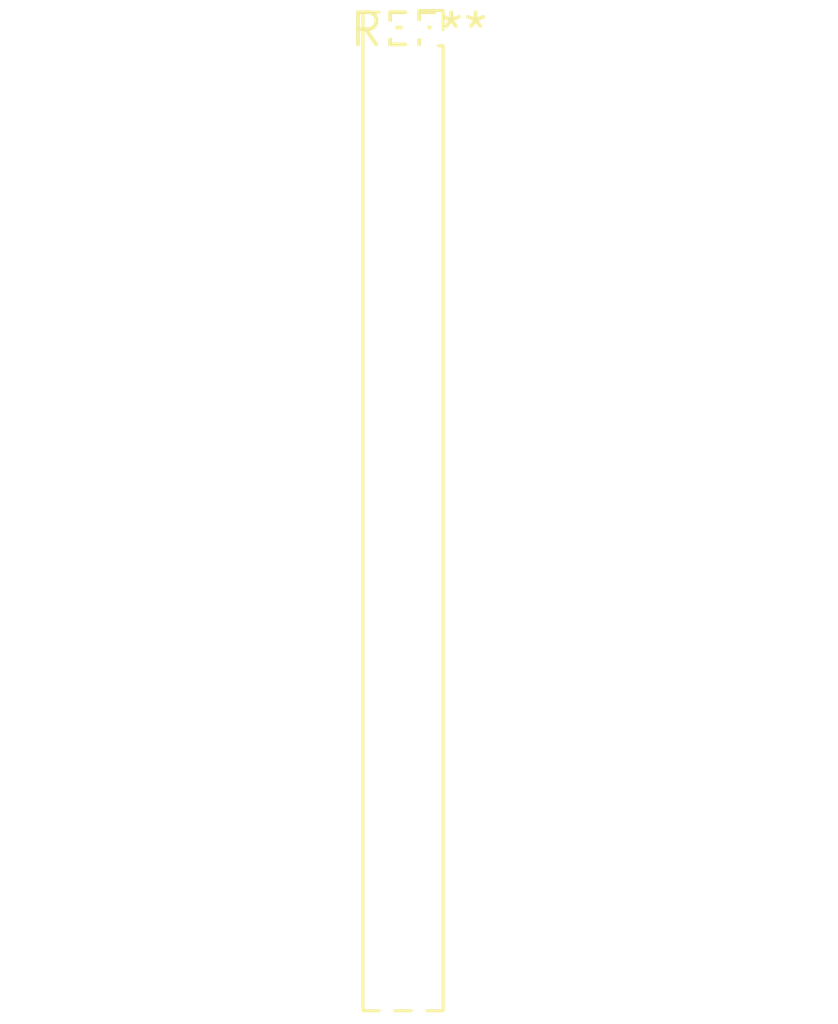
<source format=kicad_pcb>
(kicad_pcb (version 20240108) (generator pcbnew)
  (layers (0 "F.Cu" signal) (31 "B.Cu" signal) (34 "B.Paste" user) (35 "F.Paste" user) (36 "B.SilkS" user "B.Silkscreen") (37 "F.SilkS" user "F.Silkscreen") (38 "B.Mask" user) (39 "F.Mask" user) (44 "Edge.Cuts" user))
  (net 0 "")
  (footprint "PinSocket_2x31_P1.27mm_Vertical" (layer "F.Cu") (at 0 0)
    (property "Reference" "REF**")
    (property "Value" "PinSocket_2x31_P1.27mm_Vertical")
    (fp_line (start -2.22 -0.695) (end -2.22 38.795) (layer "F.SilkS") (stroke (width 0.12)))
    (fp_line (start -2.22 -0.695) (end -1.57753 -0.695) (layer "F.SilkS") (stroke (width 0.12)))
    (fp_line (start -2.22 38.795) (end -1.57753 38.795) (layer "F.SilkS") (stroke (width 0.12)))
    (fp_line (start -0.96247 -0.695) (end -0.76 -0.695) (layer "F.SilkS") (stroke (width 0.12)))
    (fp_line (start -0.96247 38.795) (end -0.30753 38.795) (layer "F.SilkS") (stroke (width 0.12)))
    (fp_line (start 0 -0.76) (end 0.95 -0.76) (layer "F.SilkS") (stroke (width 0.12)))
    (fp_line (start 0.30753 38.795) (end 0.95 38.795) (layer "F.SilkS") (stroke (width 0.12)))
    (fp_line (start 0.76 0.635) (end 0.95 0.635) (layer "F.SilkS") (stroke (width 0.12)))
    (fp_line (start 0.95 -0.76) (end 0.95 0) (layer "F.SilkS") (stroke (width 0.12)))
    (fp_line (start 0.95 0.635) (end 0.95 38.795) (layer "F.SilkS") (stroke (width 0.12)))
    (pad "1" thru_hole rect (at 0 0) (size 1 1) (drill 0.7) (layers *.Cu *.Mask) (remove_unused_layers))
    (pad "2" thru_hole oval (at -1.27 0) (size 1 1) (drill 0.7) (layers *.Cu *.Mask) (remove_unused_layers))
    (pad "3" thru_hole oval (at 0 1.27) (size 1 1) (drill 0.7) (layers *.Cu *.Mask) (remove_unused_layers))
    (pad "4" thru_hole oval (at -1.27 1.27) (size 1 1) (drill 0.7) (layers *.Cu *.Mask) (remove_unused_layers))
    (pad "5" thru_hole oval (at 0 2.54) (size 1 1) (drill 0.7) (layers *.Cu *.Mask) (remove_unused_layers))
    (pad "6" thru_hole oval (at -1.27 2.54) (size 1 1) (drill 0.7) (layers *.Cu *.Mask) (remove_unused_layers))
    (pad "7" thru_hole oval (at 0 3.81) (size 1 1) (drill 0.7) (layers *.Cu *.Mask) (remove_unused_layers))
    (pad "8" thru_hole oval (at -1.27 3.81) (size 1 1) (drill 0.7) (layers *.Cu *.Mask) (remove_unused_layers))
    (pad "9" thru_hole oval (at 0 5.08) (size 1 1) (drill 0.7) (layers *.Cu *.Mask) (remove_unused_layers))
    (pad "10" thru_hole oval (at -1.27 5.08) (size 1 1) (drill 0.7) (layers *.Cu *.Mask) (remove_unused_layers))
    (pad "11" thru_hole oval (at 0 6.35) (size 1 1) (drill 0.7) (layers *.Cu *.Mask) (remove_unused_layers))
    (pad "12" thru_hole oval (at -1.27 6.35) (size 1 1) (drill 0.7) (layers *.Cu *.Mask) (remove_unused_layers))
    (pad "13" thru_hole oval (at 0 7.62) (size 1 1) (drill 0.7) (layers *.Cu *.Mask) (remove_unused_layers))
    (pad "14" thru_hole oval (at -1.27 7.62) (size 1 1) (drill 0.7) (layers *.Cu *.Mask) (remove_unused_layers))
    (pad "15" thru_hole oval (at 0 8.89) (size 1 1) (drill 0.7) (layers *.Cu *.Mask) (remove_unused_layers))
    (pad "16" thru_hole oval (at -1.27 8.89) (size 1 1) (drill 0.7) (layers *.Cu *.Mask) (remove_unused_layers))
    (pad "17" thru_hole oval (at 0 10.16) (size 1 1) (drill 0.7) (layers *.Cu *.Mask) (remove_unused_layers))
    (pad "18" thru_hole oval (at -1.27 10.16) (size 1 1) (drill 0.7) (layers *.Cu *.Mask) (remove_unused_layers))
    (pad "19" thru_hole oval (at 0 11.43) (size 1 1) (drill 0.7) (layers *.Cu *.Mask) (remove_unused_layers))
    (pad "20" thru_hole oval (at -1.27 11.43) (size 1 1) (drill 0.7) (layers *.Cu *.Mask) (remove_unused_layers))
    (pad "21" thru_hole oval (at 0 12.7) (size 1 1) (drill 0.7) (layers *.Cu *.Mask) (remove_unused_layers))
    (pad "22" thru_hole oval (at -1.27 12.7) (size 1 1) (drill 0.7) (layers *.Cu *.Mask) (remove_unused_layers))
    (pad "23" thru_hole oval (at 0 13.97) (size 1 1) (drill 0.7) (layers *.Cu *.Mask) (remove_unused_layers))
    (pad "24" thru_hole oval (at -1.27 13.97) (size 1 1) (drill 0.7) (layers *.Cu *.Mask) (remove_unused_layers))
    (pad "25" thru_hole oval (at 0 15.24) (size 1 1) (drill 0.7) (layers *.Cu *.Mask) (remove_unused_layers))
    (pad "26" thru_hole oval (at -1.27 15.24) (size 1 1) (drill 0.7) (layers *.Cu *.Mask) (remove_unused_layers))
    (pad "27" thru_hole oval (at 0 16.51) (size 1 1) (drill 0.7) (layers *.Cu *.Mask) (remove_unused_layers))
    (pad "28" thru_hole oval (at -1.27 16.51) (size 1 1) (drill 0.7) (layers *.Cu *.Mask) (remove_unused_layers))
    (pad "29" thru_hole oval (at 0 17.78) (size 1 1) (drill 0.7) (layers *.Cu *.Mask) (remove_unused_layers))
    (pad "30" thru_hole oval (at -1.27 17.78) (size 1 1) (drill 0.7) (layers *.Cu *.Mask) (remove_unused_layers))
    (pad "31" thru_hole oval (at 0 19.05) (size 1 1) (drill 0.7) (layers *.Cu *.Mask) (remove_unused_layers))
    (pad "32" thru_hole oval (at -1.27 19.05) (size 1 1) (drill 0.7) (layers *.Cu *.Mask) (remove_unused_layers))
    (pad "33" thru_hole oval (at 0 20.32) (size 1 1) (drill 0.7) (layers *.Cu *.Mask) (remove_unused_layers))
    (pad "34" thru_hole oval (at -1.27 20.32) (size 1 1) (drill 0.7) (layers *.Cu *.Mask) (remove_unused_layers))
    (pad "35" thru_hole oval (at 0 21.59) (size 1 1) (drill 0.7) (layers *.Cu *.Mask) (remove_unused_layers))
    (pad "36" thru_hole oval (at -1.27 21.59) (size 1 1) (drill 0.7) (layers *.Cu *.Mask) (remove_unused_layers))
    (pad "37" thru_hole oval (at 0 22.86) (size 1 1) (drill 0.7) (layers *.Cu *.Mask) (remove_unused_layers))
    (pad "38" thru_hole oval (at -1.27 22.86) (size 1 1) (drill 0.7) (layers *.Cu *.Mask) (remove_unused_layers))
    (pad "39" thru_hole oval (at 0 24.13) (size 1 1) (drill 0.7) (layers *.Cu *.Mask) (remove_unused_layers))
    (pad "40" thru_hole oval (at -1.27 24.13) (size 1 1) (drill 0.7) (layers *.Cu *.Mask) (remove_unused_layers))
    (pad "41" thru_hole oval (at 0 25.4) (size 1 1) (drill 0.7) (layers *.Cu *.Mask) (remove_unused_layers))
    (pad "42" thru_hole oval (at -1.27 25.4) (size 1 1) (drill 0.7) (layers *.Cu *.Mask) (remove_unused_layers))
    (pad "43" thru_hole oval (at 0 26.67) (size 1 1) (drill 0.7) (layers *.Cu *.Mask) (remove_unused_layers))
    (pad "44" thru_hole oval (at -1.27 26.67) (size 1 1) (drill 0.7) (layers *.Cu *.Mask) (remove_unused_layers))
    (pad "45" thru_hole oval (at 0 27.94) (size 1 1) (drill 0.7) (layers *.Cu *.Mask) (remove_unused_layers))
    (pad "46" thru_hole oval (at -1.27 27.94) (size 1 1) (drill 0.7) (layers *.Cu *.Mask) (remove_unused_layers))
    (pad "47" thru_hole oval (at 0 29.21) (size 1 1) (drill 0.7) (layers *.Cu *.Mask) (remove_unused_layers))
    (pad "48" thru_hole oval (at -1.27 29.21) (size 1 1) (drill 0.7) (layers *.Cu *.Mask) (remove_unused_layers))
    (pad "49" thru_hole oval (at 0 30.48) (size 1 1) (drill 0.7) (layers *.Cu *.Mask) (remove_unused_layers))
    (pad "50" thru_hole oval (at -1.27 30.48) (size 1 1) (drill 0.7) (layers *.Cu *.Mask) (remove_unused_layers))
    (pad "51" thru_hole oval (at 0 31.75) (size 1 1) (drill 0.7) (layers *.Cu *.Mask) (remove_unused_layers))
    (pad "52" thru_hole oval (at -1.27 31.75) (size 1 1) (drill 0.7) (layers *.Cu *.Mask) (remove_unused_layers))
    (pad "53" thru_hole oval (at 0 33.02) (size 1 1) (drill 0.7) (layers *.Cu *.Mask) (remove_unused_layers))
    (pad "54" thru_hole oval (at -1.27 33.02) (size 1 1) (drill 0.7) (layers *.Cu *.Mask) (remove_unused_layers))
    (pad "55" thru_hole oval (at 0 34.29) (size 1 1) (drill 0.7) (layers *.Cu *.Mask) (remove_unused_layers))
    (pad "56" thru_hole oval (at -1.27 34.29) (size 1 1) (drill 0.7) (layers *.Cu *.Mask) (remove_unused_layers))
    (pad "57" thru_hole oval (at 0 35.56) (size 1 1) (drill 0.7) (layers *.Cu *.Mask) (remove_unused_layers))
    (pad "58" thru_hole oval (at -1.27 35.56) (size 1 1) (drill 0.7) (layers *.Cu *.Mask) (remove_unused_layers))
    (pad "59" thru_hole oval (at 0 36.83) (size 1 1) (drill 0.7) (layers *.Cu *.Mask) (remove_unused_layers))
    (pad "60" thru_hole oval (at -1.27 36.83) (size 1 1) (drill 0.7) (layers *.Cu *.Mask) (remove_unused_layers))
    (pad "61" thru_hole oval (at 0 38.1) (size 1 1) (drill 0.7) (layers *.Cu *.Mask) (remove_unused_layers))
    (pad "62" thru_hole oval (at -1.27 38.1) (size 1 1) (drill 0.7) (layers *.Cu *.Mask) (remove_unused_layers))
  )
)
</source>
